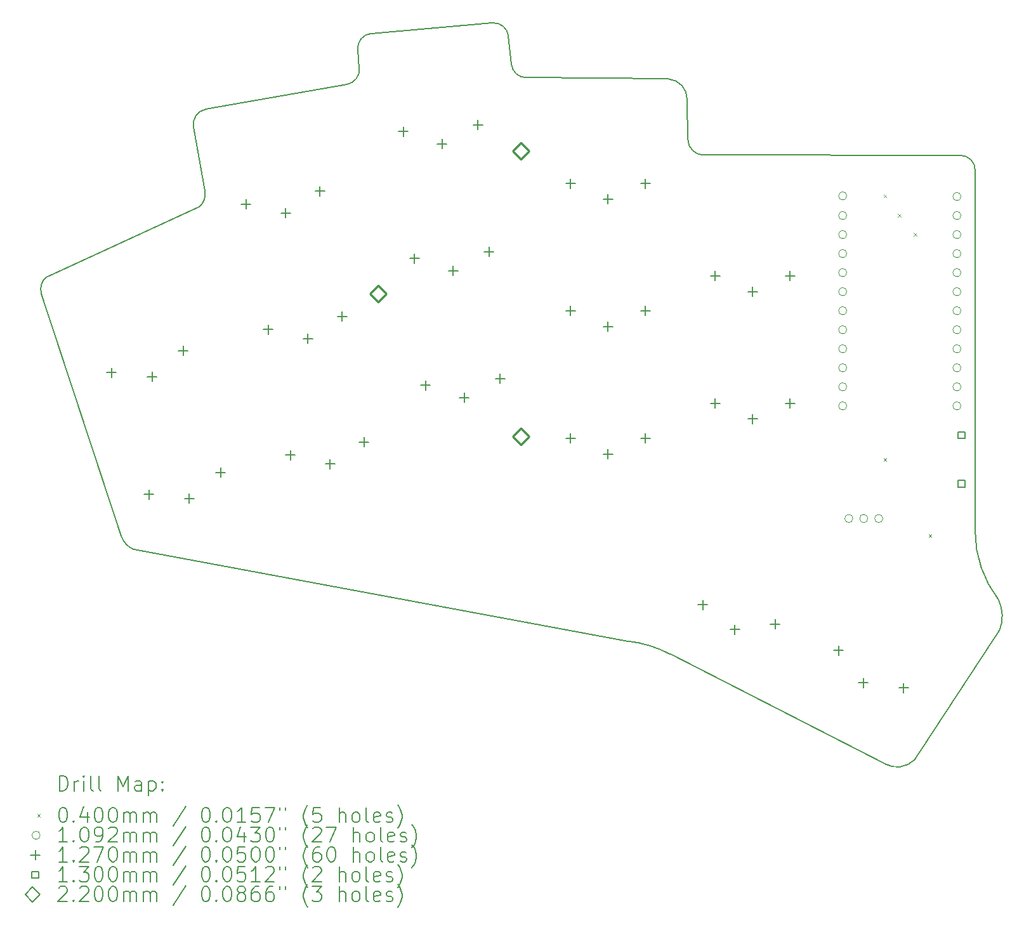
<source format=gbr>
%FSLAX45Y45*%
G04 Gerber Fmt 4.5, Leading zero omitted, Abs format (unit mm)*
G04 Created by KiCad (PCBNEW (6.0.4)) date 2022-05-12 20:10:26*
%MOMM*%
%LPD*%
G01*
G04 APERTURE LIST*
%TA.AperFunction,Profile*%
%ADD10C,0.150000*%
%TD*%
%ADD11C,0.200000*%
%ADD12C,0.040000*%
%ADD13C,0.109220*%
%ADD14C,0.127000*%
%ADD15C,0.130000*%
%ADD16C,0.220000*%
G04 APERTURE END LIST*
D10*
X10251727Y11883106D02*
G75*
G03*
X10450959Y11700537I199233J17424D01*
G01*
X12608825Y10870340D02*
X12598400Y11404600D01*
X8058800Y11611548D02*
G75*
G03*
X8223309Y11825945I-34731J196962D01*
G01*
X16763999Y4318001D02*
G75*
G03*
X16752859Y4733046I-472509J194990D01*
G01*
X16441111Y5648503D02*
G75*
G03*
X16752859Y4733046I1499999J-3D01*
G01*
X6012082Y11047576D02*
X6163049Y10187462D01*
X11806780Y4180264D02*
X5213573Y5402893D01*
X8383412Y12290698D02*
X9997248Y12431891D01*
X5045087Y5585913D02*
G75*
G03*
X5213573Y5402893I284373J92727D01*
G01*
X16241109Y10662943D02*
X12811720Y10667647D01*
X10450959Y11700537D02*
X12344400Y11684000D01*
X3981545Y8816164D02*
X5045086Y5585913D01*
X10213921Y12250083D02*
G75*
G03*
X9997248Y12431891I-199241J-17433D01*
G01*
X12608823Y10870340D02*
G75*
G03*
X12811720Y10667647I208337J5651D01*
G01*
X6174314Y11279267D02*
G75*
G03*
X6012083Y11047576I34730J-196961D01*
G01*
X15635421Y2598579D02*
X16764000Y4318000D01*
X12374669Y4003459D02*
G75*
G03*
X11806780Y4180264I-740959J-1379509D01*
G01*
X15240000Y2540000D02*
X12374669Y4003459D01*
X12598400Y11404600D02*
G75*
G03*
X12344400Y11684000I-271540J8300D01*
G01*
X15239997Y2539995D02*
G75*
G03*
X15635421Y2598579I158233J295765D01*
G01*
X4045827Y9037960D02*
G75*
G03*
X3981545Y8816164I127373J-157130D01*
G01*
X10213918Y12250083D02*
X10251720Y11883106D01*
X6174314Y11279267D02*
X8058800Y11611553D01*
X6089110Y9978178D02*
G75*
G03*
X6163049Y10187462I-151740J171312D01*
G01*
X8383413Y12290696D02*
G75*
G03*
X8201605Y12074028I17427J-199236D01*
G01*
X4045827Y9037960D02*
X6089109Y9978180D01*
X8223309Y11825945D02*
X8201605Y12074028D01*
X16441105Y10464800D02*
G75*
G03*
X16241109Y10662943I-193446J4750D01*
G01*
X16441109Y5648503D02*
X16441109Y10464800D01*
D11*
D12*
X15220000Y10141314D02*
X15260000Y10101314D01*
X15260000Y10141314D02*
X15220000Y10101314D01*
X15220000Y6624000D02*
X15260000Y6584000D01*
X15260000Y6624000D02*
X15220000Y6584000D01*
X15410459Y9885043D02*
X15450459Y9845043D01*
X15450459Y9885043D02*
X15410459Y9845043D01*
X15618978Y9630635D02*
X15658978Y9590635D01*
X15658978Y9630635D02*
X15618978Y9590635D01*
X15820326Y5604949D02*
X15860326Y5564950D01*
X15860326Y5604949D02*
X15820326Y5564950D01*
D13*
X14728331Y10122629D02*
G75*
G03*
X14728331Y10122629I-54610J0D01*
G01*
X14728331Y9860254D02*
G75*
G03*
X14728331Y9860254I-54610J0D01*
G01*
X14728331Y9606254D02*
G75*
G03*
X14728331Y9606254I-54610J0D01*
G01*
X14728331Y9352254D02*
G75*
G03*
X14728331Y9352254I-54610J0D01*
G01*
X14728331Y9098254D02*
G75*
G03*
X14728331Y9098254I-54610J0D01*
G01*
X14728331Y8844254D02*
G75*
G03*
X14728331Y8844254I-54610J0D01*
G01*
X14728331Y8590254D02*
G75*
G03*
X14728331Y8590254I-54610J0D01*
G01*
X14728331Y8336254D02*
G75*
G03*
X14728331Y8336254I-54610J0D01*
G01*
X14728331Y8082254D02*
G75*
G03*
X14728331Y8082254I-54610J0D01*
G01*
X14728331Y7828254D02*
G75*
G03*
X14728331Y7828254I-54610J0D01*
G01*
X14728331Y7574254D02*
G75*
G03*
X14728331Y7574254I-54610J0D01*
G01*
X14728331Y7320254D02*
G75*
G03*
X14728331Y7320254I-54610J0D01*
G01*
X14809150Y5816368D02*
G75*
G03*
X14809150Y5816368I-54610J0D01*
G01*
X15009150Y5816368D02*
G75*
G03*
X15009150Y5816368I-54610J0D01*
G01*
X15209150Y5816368D02*
G75*
G03*
X15209150Y5816368I-54610J0D01*
G01*
X16252331Y10114254D02*
G75*
G03*
X16252331Y10114254I-54610J0D01*
G01*
X16252331Y9860254D02*
G75*
G03*
X16252331Y9860254I-54610J0D01*
G01*
X16252331Y9606254D02*
G75*
G03*
X16252331Y9606254I-54610J0D01*
G01*
X16252331Y9352254D02*
G75*
G03*
X16252331Y9352254I-54610J0D01*
G01*
X16252331Y9098254D02*
G75*
G03*
X16252331Y9098254I-54610J0D01*
G01*
X16252331Y8844254D02*
G75*
G03*
X16252331Y8844254I-54610J0D01*
G01*
X16252331Y8590254D02*
G75*
G03*
X16252331Y8590254I-54610J0D01*
G01*
X16252331Y8336254D02*
G75*
G03*
X16252331Y8336254I-54610J0D01*
G01*
X16252331Y8082254D02*
G75*
G03*
X16252331Y8082254I-54610J0D01*
G01*
X16252331Y7828254D02*
G75*
G03*
X16252331Y7828254I-54610J0D01*
G01*
X16252331Y7574254D02*
G75*
G03*
X16252331Y7574254I-54610J0D01*
G01*
X16252331Y7320254D02*
G75*
G03*
X16252331Y7320254I-54610J0D01*
G01*
D14*
X4917175Y7826915D02*
X4917175Y7699915D01*
X4853675Y7763415D02*
X4980675Y7763415D01*
X5414207Y6201196D02*
X5414207Y6074196D01*
X5350707Y6137696D02*
X5477707Y6137696D01*
X5456725Y7772276D02*
X5456725Y7645276D01*
X5393225Y7708776D02*
X5520225Y7708776D01*
X5456725Y7772276D02*
X5456725Y7645276D01*
X5393225Y7708776D02*
X5520225Y7708776D01*
X5873479Y8119286D02*
X5873479Y7992286D01*
X5809979Y8055786D02*
X5936979Y8055786D01*
X5953757Y6146558D02*
X5953757Y6019558D01*
X5890257Y6083058D02*
X6017257Y6083058D01*
X5953757Y6146558D02*
X5953757Y6019558D01*
X5890257Y6083058D02*
X6017257Y6083058D01*
X6370511Y6493568D02*
X6370511Y6366568D01*
X6307011Y6430068D02*
X6434011Y6430068D01*
X6712293Y10076956D02*
X6712293Y9949956D01*
X6648793Y10013456D02*
X6775793Y10013456D01*
X7007495Y8402783D02*
X7007495Y8275782D01*
X6943995Y8339282D02*
X7070995Y8339282D01*
X7241163Y9956970D02*
X7241163Y9829970D01*
X7177663Y9893470D02*
X7304663Y9893470D01*
X7241163Y9956970D02*
X7241163Y9829970D01*
X7177663Y9893470D02*
X7304663Y9893470D01*
X7302697Y6728609D02*
X7302697Y6601609D01*
X7239197Y6665109D02*
X7366197Y6665109D01*
X7536365Y8282797D02*
X7536365Y8155797D01*
X7472865Y8219297D02*
X7599865Y8219297D01*
X7536365Y8282797D02*
X7536365Y8155797D01*
X7472865Y8219297D02*
X7599865Y8219297D01*
X7697101Y10250604D02*
X7697101Y10123604D01*
X7633601Y10187104D02*
X7760601Y10187104D01*
X7831567Y6608624D02*
X7831567Y6481624D01*
X7768067Y6545124D02*
X7895067Y6545124D01*
X7831567Y6608624D02*
X7831567Y6481624D01*
X7768067Y6545124D02*
X7895067Y6545124D01*
X7992303Y8576431D02*
X7992303Y8449431D01*
X7928803Y8512931D02*
X8055803Y8512931D01*
X8287505Y6902257D02*
X8287505Y6775257D01*
X8224005Y6838757D02*
X8351005Y6838757D01*
X8809021Y11046316D02*
X8809021Y10919316D01*
X8745521Y10982816D02*
X8872521Y10982816D01*
X8957186Y9352785D02*
X8957186Y9225785D01*
X8893686Y9289285D02*
X9020686Y9289285D01*
X9105351Y7659254D02*
X9105351Y7532254D01*
X9041851Y7595754D02*
X9168851Y7595754D01*
X9325422Y10880693D02*
X9325422Y10753693D01*
X9261922Y10817193D02*
X9388922Y10817193D01*
X9325422Y10880693D02*
X9325422Y10753693D01*
X9261922Y10817193D02*
X9388922Y10817193D01*
X9473586Y9187162D02*
X9473586Y9060162D01*
X9410086Y9123662D02*
X9537086Y9123662D01*
X9473586Y9187162D02*
X9473586Y9060162D01*
X9410086Y9123662D02*
X9537086Y9123662D01*
X9621751Y7493631D02*
X9621751Y7366631D01*
X9558251Y7430131D02*
X9685251Y7430131D01*
X9621751Y7493631D02*
X9621751Y7366631D01*
X9558251Y7430131D02*
X9685251Y7430131D01*
X9805216Y11133472D02*
X9805216Y11006472D01*
X9741716Y11069972D02*
X9868716Y11069972D01*
X9953381Y9439941D02*
X9953381Y9312941D01*
X9889881Y9376441D02*
X10016881Y9376441D01*
X10101546Y7746410D02*
X10101546Y7619410D01*
X10038046Y7682910D02*
X10165046Y7682910D01*
X11041109Y10352102D02*
X11041109Y10225102D01*
X10977609Y10288602D02*
X11104609Y10288602D01*
X11041109Y8652102D02*
X11041109Y8525102D01*
X10977609Y8588602D02*
X11104609Y8588602D01*
X11041109Y6952102D02*
X11041109Y6825102D01*
X10977609Y6888602D02*
X11104609Y6888602D01*
X11541109Y10142102D02*
X11541109Y10015102D01*
X11477609Y10078602D02*
X11604609Y10078602D01*
X11541109Y10142102D02*
X11541109Y10015102D01*
X11477609Y10078602D02*
X11604609Y10078602D01*
X11541109Y8442102D02*
X11541109Y8315102D01*
X11477609Y8378602D02*
X11604609Y8378602D01*
X11541109Y8442102D02*
X11541109Y8315102D01*
X11477609Y8378602D02*
X11604609Y8378602D01*
X11541109Y6742102D02*
X11541109Y6615102D01*
X11477609Y6678602D02*
X11604609Y6678602D01*
X11541109Y6742102D02*
X11541109Y6615102D01*
X11477609Y6678602D02*
X11604609Y6678602D01*
X12041109Y10352102D02*
X12041109Y10225102D01*
X11977609Y10288602D02*
X12104609Y10288602D01*
X12041109Y8652102D02*
X12041109Y8525102D01*
X11977609Y8588602D02*
X12104609Y8588602D01*
X12041109Y6952102D02*
X12041109Y6825102D01*
X11977609Y6888602D02*
X12104609Y6888602D01*
X12807790Y4729732D02*
X12807790Y4602732D01*
X12744290Y4666232D02*
X12871290Y4666232D01*
X12972808Y9118914D02*
X12972808Y8991914D01*
X12909308Y9055414D02*
X13036308Y9055414D01*
X12972808Y7418914D02*
X12972808Y7291914D01*
X12909308Y7355414D02*
X13036308Y7355414D01*
X13236401Y4397478D02*
X13236401Y4270478D01*
X13172901Y4333978D02*
X13299901Y4333978D01*
X13236401Y4397478D02*
X13236401Y4270478D01*
X13172901Y4333978D02*
X13299901Y4333978D01*
X13472808Y8908914D02*
X13472808Y8781914D01*
X13409308Y8845414D02*
X13536308Y8845414D01*
X13472808Y8908914D02*
X13472808Y8781914D01*
X13409308Y8845414D02*
X13536308Y8845414D01*
X13472808Y7208914D02*
X13472808Y7081914D01*
X13409308Y7145414D02*
X13536308Y7145414D01*
X13472808Y7208914D02*
X13472808Y7081914D01*
X13409308Y7145414D02*
X13536308Y7145414D01*
X13773716Y4470913D02*
X13773716Y4343913D01*
X13710216Y4407413D02*
X13837216Y4407413D01*
X13972808Y9118914D02*
X13972808Y8991914D01*
X13909308Y9055414D02*
X14036308Y9055414D01*
X13972808Y7418914D02*
X13972808Y7291914D01*
X13909308Y7355414D02*
X14036308Y7355414D01*
X14619852Y4120432D02*
X14619852Y3993432D01*
X14556352Y4056932D02*
X14683352Y4056932D01*
X14947864Y3688566D02*
X14947864Y3561566D01*
X14884364Y3625066D02*
X15011364Y3625066D01*
X14947864Y3688566D02*
X14947864Y3561566D01*
X14884364Y3625066D02*
X15011364Y3625066D01*
X15485877Y3620432D02*
X15485877Y3493432D01*
X15422377Y3556932D02*
X15549377Y3556932D01*
D15*
X16301962Y6883038D02*
X16301962Y6974962D01*
X16210038Y6974962D01*
X16210038Y6883038D01*
X16301962Y6883038D01*
X16301962Y6233038D02*
X16301962Y6324962D01*
X16210038Y6324962D01*
X16210038Y6233038D01*
X16301962Y6233038D01*
D16*
X8474722Y8704143D02*
X8584722Y8814143D01*
X8474722Y8924143D01*
X8364722Y8814143D01*
X8474722Y8704143D01*
X10379722Y10609143D02*
X10489722Y10719143D01*
X10379722Y10829143D01*
X10269722Y10719143D01*
X10379722Y10609143D01*
X10379722Y6799143D02*
X10489722Y6909143D01*
X10379722Y7019143D01*
X10269722Y6909143D01*
X10379722Y6799143D01*
D11*
X4221048Y2182352D02*
X4221048Y2382352D01*
X4268667Y2382352D01*
X4297239Y2372828D01*
X4316286Y2353780D01*
X4325810Y2334733D01*
X4335334Y2296637D01*
X4335334Y2268066D01*
X4325810Y2229971D01*
X4316286Y2210923D01*
X4297239Y2191875D01*
X4268667Y2182352D01*
X4221048Y2182352D01*
X4421048Y2182352D02*
X4421048Y2315685D01*
X4421048Y2277590D02*
X4430572Y2296637D01*
X4440096Y2306161D01*
X4459144Y2315685D01*
X4478191Y2315685D01*
X4544858Y2182352D02*
X4544858Y2315685D01*
X4544858Y2382352D02*
X4535334Y2372828D01*
X4544858Y2363304D01*
X4554382Y2372828D01*
X4544858Y2382352D01*
X4544858Y2363304D01*
X4668667Y2182352D02*
X4649620Y2191875D01*
X4640096Y2210923D01*
X4640096Y2382352D01*
X4773429Y2182352D02*
X4754382Y2191875D01*
X4744858Y2210923D01*
X4744858Y2382352D01*
X5002001Y2182352D02*
X5002001Y2382352D01*
X5068667Y2239494D01*
X5135334Y2382352D01*
X5135334Y2182352D01*
X5316286Y2182352D02*
X5316286Y2287114D01*
X5306763Y2306161D01*
X5287715Y2315685D01*
X5249620Y2315685D01*
X5230572Y2306161D01*
X5316286Y2191875D02*
X5297239Y2182352D01*
X5249620Y2182352D01*
X5230572Y2191875D01*
X5221048Y2210923D01*
X5221048Y2229971D01*
X5230572Y2249018D01*
X5249620Y2258542D01*
X5297239Y2258542D01*
X5316286Y2268066D01*
X5411525Y2315685D02*
X5411525Y2115685D01*
X5411525Y2306161D02*
X5430572Y2315685D01*
X5468667Y2315685D01*
X5487715Y2306161D01*
X5497239Y2296637D01*
X5506763Y2277590D01*
X5506763Y2220447D01*
X5497239Y2201399D01*
X5487715Y2191875D01*
X5468667Y2182352D01*
X5430572Y2182352D01*
X5411525Y2191875D01*
X5592477Y2201399D02*
X5602001Y2191875D01*
X5592477Y2182352D01*
X5582953Y2191875D01*
X5592477Y2201399D01*
X5592477Y2182352D01*
X5592477Y2306161D02*
X5602001Y2296637D01*
X5592477Y2287114D01*
X5582953Y2296637D01*
X5592477Y2306161D01*
X5592477Y2287114D01*
D12*
X3923429Y1872828D02*
X3963429Y1832828D01*
X3963429Y1872828D02*
X3923429Y1832828D01*
D11*
X4259144Y1962352D02*
X4278191Y1962352D01*
X4297239Y1952828D01*
X4306763Y1943304D01*
X4316286Y1924256D01*
X4325810Y1886161D01*
X4325810Y1838542D01*
X4316286Y1800447D01*
X4306763Y1781399D01*
X4297239Y1771875D01*
X4278191Y1762352D01*
X4259144Y1762352D01*
X4240096Y1771875D01*
X4230572Y1781399D01*
X4221048Y1800447D01*
X4211525Y1838542D01*
X4211525Y1886161D01*
X4221048Y1924256D01*
X4230572Y1943304D01*
X4240096Y1952828D01*
X4259144Y1962352D01*
X4411525Y1781399D02*
X4421048Y1771875D01*
X4411525Y1762352D01*
X4402001Y1771875D01*
X4411525Y1781399D01*
X4411525Y1762352D01*
X4592477Y1895685D02*
X4592477Y1762352D01*
X4544858Y1971875D02*
X4497239Y1829018D01*
X4621048Y1829018D01*
X4735334Y1962352D02*
X4754382Y1962352D01*
X4773429Y1952828D01*
X4782953Y1943304D01*
X4792477Y1924256D01*
X4802001Y1886161D01*
X4802001Y1838542D01*
X4792477Y1800447D01*
X4782953Y1781399D01*
X4773429Y1771875D01*
X4754382Y1762352D01*
X4735334Y1762352D01*
X4716286Y1771875D01*
X4706763Y1781399D01*
X4697239Y1800447D01*
X4687715Y1838542D01*
X4687715Y1886161D01*
X4697239Y1924256D01*
X4706763Y1943304D01*
X4716286Y1952828D01*
X4735334Y1962352D01*
X4925810Y1962352D02*
X4944858Y1962352D01*
X4963905Y1952828D01*
X4973429Y1943304D01*
X4982953Y1924256D01*
X4992477Y1886161D01*
X4992477Y1838542D01*
X4982953Y1800447D01*
X4973429Y1781399D01*
X4963905Y1771875D01*
X4944858Y1762352D01*
X4925810Y1762352D01*
X4906763Y1771875D01*
X4897239Y1781399D01*
X4887715Y1800447D01*
X4878191Y1838542D01*
X4878191Y1886161D01*
X4887715Y1924256D01*
X4897239Y1943304D01*
X4906763Y1952828D01*
X4925810Y1962352D01*
X5078191Y1762352D02*
X5078191Y1895685D01*
X5078191Y1876637D02*
X5087715Y1886161D01*
X5106763Y1895685D01*
X5135334Y1895685D01*
X5154382Y1886161D01*
X5163905Y1867113D01*
X5163905Y1762352D01*
X5163905Y1867113D02*
X5173429Y1886161D01*
X5192477Y1895685D01*
X5221048Y1895685D01*
X5240096Y1886161D01*
X5249620Y1867113D01*
X5249620Y1762352D01*
X5344858Y1762352D02*
X5344858Y1895685D01*
X5344858Y1876637D02*
X5354382Y1886161D01*
X5373429Y1895685D01*
X5402001Y1895685D01*
X5421048Y1886161D01*
X5430572Y1867113D01*
X5430572Y1762352D01*
X5430572Y1867113D02*
X5440096Y1886161D01*
X5459144Y1895685D01*
X5487715Y1895685D01*
X5506763Y1886161D01*
X5516286Y1867113D01*
X5516286Y1762352D01*
X5906763Y1971875D02*
X5735334Y1714732D01*
X6163905Y1962352D02*
X6182953Y1962352D01*
X6202001Y1952828D01*
X6211524Y1943304D01*
X6221048Y1924256D01*
X6230572Y1886161D01*
X6230572Y1838542D01*
X6221048Y1800447D01*
X6211524Y1781399D01*
X6202001Y1771875D01*
X6182953Y1762352D01*
X6163905Y1762352D01*
X6144858Y1771875D01*
X6135334Y1781399D01*
X6125810Y1800447D01*
X6116286Y1838542D01*
X6116286Y1886161D01*
X6125810Y1924256D01*
X6135334Y1943304D01*
X6144858Y1952828D01*
X6163905Y1962352D01*
X6316286Y1781399D02*
X6325810Y1771875D01*
X6316286Y1762352D01*
X6306763Y1771875D01*
X6316286Y1781399D01*
X6316286Y1762352D01*
X6449620Y1962352D02*
X6468667Y1962352D01*
X6487715Y1952828D01*
X6497239Y1943304D01*
X6506763Y1924256D01*
X6516286Y1886161D01*
X6516286Y1838542D01*
X6506763Y1800447D01*
X6497239Y1781399D01*
X6487715Y1771875D01*
X6468667Y1762352D01*
X6449620Y1762352D01*
X6430572Y1771875D01*
X6421048Y1781399D01*
X6411524Y1800447D01*
X6402001Y1838542D01*
X6402001Y1886161D01*
X6411524Y1924256D01*
X6421048Y1943304D01*
X6430572Y1952828D01*
X6449620Y1962352D01*
X6706763Y1762352D02*
X6592477Y1762352D01*
X6649620Y1762352D02*
X6649620Y1962352D01*
X6630572Y1933780D01*
X6611524Y1914732D01*
X6592477Y1905209D01*
X6887715Y1962352D02*
X6792477Y1962352D01*
X6782953Y1867113D01*
X6792477Y1876637D01*
X6811524Y1886161D01*
X6859143Y1886161D01*
X6878191Y1876637D01*
X6887715Y1867113D01*
X6897239Y1848066D01*
X6897239Y1800447D01*
X6887715Y1781399D01*
X6878191Y1771875D01*
X6859143Y1762352D01*
X6811524Y1762352D01*
X6792477Y1771875D01*
X6782953Y1781399D01*
X6963905Y1962352D02*
X7097239Y1962352D01*
X7011524Y1762352D01*
X7163905Y1962352D02*
X7163905Y1924256D01*
X7240096Y1962352D02*
X7240096Y1924256D01*
X7535334Y1686161D02*
X7525810Y1695685D01*
X7506763Y1724256D01*
X7497239Y1743304D01*
X7487715Y1771875D01*
X7478191Y1819494D01*
X7478191Y1857590D01*
X7487715Y1905209D01*
X7497239Y1933780D01*
X7506763Y1952828D01*
X7525810Y1981399D01*
X7535334Y1990923D01*
X7706763Y1962352D02*
X7611524Y1962352D01*
X7602001Y1867113D01*
X7611524Y1876637D01*
X7630572Y1886161D01*
X7678191Y1886161D01*
X7697239Y1876637D01*
X7706763Y1867113D01*
X7716286Y1848066D01*
X7716286Y1800447D01*
X7706763Y1781399D01*
X7697239Y1771875D01*
X7678191Y1762352D01*
X7630572Y1762352D01*
X7611524Y1771875D01*
X7602001Y1781399D01*
X7954382Y1762352D02*
X7954382Y1962352D01*
X8040096Y1762352D02*
X8040096Y1867113D01*
X8030572Y1886161D01*
X8011524Y1895685D01*
X7982953Y1895685D01*
X7963905Y1886161D01*
X7954382Y1876637D01*
X8163905Y1762352D02*
X8144858Y1771875D01*
X8135334Y1781399D01*
X8125810Y1800447D01*
X8125810Y1857590D01*
X8135334Y1876637D01*
X8144858Y1886161D01*
X8163905Y1895685D01*
X8192477Y1895685D01*
X8211524Y1886161D01*
X8221048Y1876637D01*
X8230572Y1857590D01*
X8230572Y1800447D01*
X8221048Y1781399D01*
X8211524Y1771875D01*
X8192477Y1762352D01*
X8163905Y1762352D01*
X8344858Y1762352D02*
X8325810Y1771875D01*
X8316286Y1790923D01*
X8316286Y1962352D01*
X8497239Y1771875D02*
X8478191Y1762352D01*
X8440096Y1762352D01*
X8421048Y1771875D01*
X8411525Y1790923D01*
X8411525Y1867113D01*
X8421048Y1886161D01*
X8440096Y1895685D01*
X8478191Y1895685D01*
X8497239Y1886161D01*
X8506763Y1867113D01*
X8506763Y1848066D01*
X8411525Y1829018D01*
X8582953Y1771875D02*
X8602001Y1762352D01*
X8640096Y1762352D01*
X8659144Y1771875D01*
X8668667Y1790923D01*
X8668667Y1800447D01*
X8659144Y1819494D01*
X8640096Y1829018D01*
X8611525Y1829018D01*
X8592477Y1838542D01*
X8582953Y1857590D01*
X8582953Y1867113D01*
X8592477Y1886161D01*
X8611525Y1895685D01*
X8640096Y1895685D01*
X8659144Y1886161D01*
X8735334Y1686161D02*
X8744858Y1695685D01*
X8763905Y1724256D01*
X8773429Y1743304D01*
X8782953Y1771875D01*
X8792477Y1819494D01*
X8792477Y1857590D01*
X8782953Y1905209D01*
X8773429Y1933780D01*
X8763905Y1952828D01*
X8744858Y1981399D01*
X8735334Y1990923D01*
D13*
X3963429Y1588828D02*
G75*
G03*
X3963429Y1588828I-54610J0D01*
G01*
D11*
X4325810Y1498352D02*
X4211525Y1498352D01*
X4268667Y1498352D02*
X4268667Y1698352D01*
X4249620Y1669780D01*
X4230572Y1650732D01*
X4211525Y1641209D01*
X4411525Y1517399D02*
X4421048Y1507875D01*
X4411525Y1498352D01*
X4402001Y1507875D01*
X4411525Y1517399D01*
X4411525Y1498352D01*
X4544858Y1698352D02*
X4563905Y1698352D01*
X4582953Y1688828D01*
X4592477Y1679304D01*
X4602001Y1660256D01*
X4611525Y1622161D01*
X4611525Y1574542D01*
X4602001Y1536447D01*
X4592477Y1517399D01*
X4582953Y1507875D01*
X4563905Y1498352D01*
X4544858Y1498352D01*
X4525810Y1507875D01*
X4516286Y1517399D01*
X4506763Y1536447D01*
X4497239Y1574542D01*
X4497239Y1622161D01*
X4506763Y1660256D01*
X4516286Y1679304D01*
X4525810Y1688828D01*
X4544858Y1698352D01*
X4706763Y1498352D02*
X4744858Y1498352D01*
X4763905Y1507875D01*
X4773429Y1517399D01*
X4792477Y1545971D01*
X4802001Y1584066D01*
X4802001Y1660256D01*
X4792477Y1679304D01*
X4782953Y1688828D01*
X4763905Y1698352D01*
X4725810Y1698352D01*
X4706763Y1688828D01*
X4697239Y1679304D01*
X4687715Y1660256D01*
X4687715Y1612637D01*
X4697239Y1593590D01*
X4706763Y1584066D01*
X4725810Y1574542D01*
X4763905Y1574542D01*
X4782953Y1584066D01*
X4792477Y1593590D01*
X4802001Y1612637D01*
X4878191Y1679304D02*
X4887715Y1688828D01*
X4906763Y1698352D01*
X4954382Y1698352D01*
X4973429Y1688828D01*
X4982953Y1679304D01*
X4992477Y1660256D01*
X4992477Y1641209D01*
X4982953Y1612637D01*
X4868667Y1498352D01*
X4992477Y1498352D01*
X5078191Y1498352D02*
X5078191Y1631685D01*
X5078191Y1612637D02*
X5087715Y1622161D01*
X5106763Y1631685D01*
X5135334Y1631685D01*
X5154382Y1622161D01*
X5163905Y1603113D01*
X5163905Y1498352D01*
X5163905Y1603113D02*
X5173429Y1622161D01*
X5192477Y1631685D01*
X5221048Y1631685D01*
X5240096Y1622161D01*
X5249620Y1603113D01*
X5249620Y1498352D01*
X5344858Y1498352D02*
X5344858Y1631685D01*
X5344858Y1612637D02*
X5354382Y1622161D01*
X5373429Y1631685D01*
X5402001Y1631685D01*
X5421048Y1622161D01*
X5430572Y1603113D01*
X5430572Y1498352D01*
X5430572Y1603113D02*
X5440096Y1622161D01*
X5459144Y1631685D01*
X5487715Y1631685D01*
X5506763Y1622161D01*
X5516286Y1603113D01*
X5516286Y1498352D01*
X5906763Y1707875D02*
X5735334Y1450732D01*
X6163905Y1698352D02*
X6182953Y1698352D01*
X6202001Y1688828D01*
X6211524Y1679304D01*
X6221048Y1660256D01*
X6230572Y1622161D01*
X6230572Y1574542D01*
X6221048Y1536447D01*
X6211524Y1517399D01*
X6202001Y1507875D01*
X6182953Y1498352D01*
X6163905Y1498352D01*
X6144858Y1507875D01*
X6135334Y1517399D01*
X6125810Y1536447D01*
X6116286Y1574542D01*
X6116286Y1622161D01*
X6125810Y1660256D01*
X6135334Y1679304D01*
X6144858Y1688828D01*
X6163905Y1698352D01*
X6316286Y1517399D02*
X6325810Y1507875D01*
X6316286Y1498352D01*
X6306763Y1507875D01*
X6316286Y1517399D01*
X6316286Y1498352D01*
X6449620Y1698352D02*
X6468667Y1698352D01*
X6487715Y1688828D01*
X6497239Y1679304D01*
X6506763Y1660256D01*
X6516286Y1622161D01*
X6516286Y1574542D01*
X6506763Y1536447D01*
X6497239Y1517399D01*
X6487715Y1507875D01*
X6468667Y1498352D01*
X6449620Y1498352D01*
X6430572Y1507875D01*
X6421048Y1517399D01*
X6411524Y1536447D01*
X6402001Y1574542D01*
X6402001Y1622161D01*
X6411524Y1660256D01*
X6421048Y1679304D01*
X6430572Y1688828D01*
X6449620Y1698352D01*
X6687715Y1631685D02*
X6687715Y1498352D01*
X6640096Y1707875D02*
X6592477Y1565018D01*
X6716286Y1565018D01*
X6773429Y1698352D02*
X6897239Y1698352D01*
X6830572Y1622161D01*
X6859143Y1622161D01*
X6878191Y1612637D01*
X6887715Y1603113D01*
X6897239Y1584066D01*
X6897239Y1536447D01*
X6887715Y1517399D01*
X6878191Y1507875D01*
X6859143Y1498352D01*
X6802001Y1498352D01*
X6782953Y1507875D01*
X6773429Y1517399D01*
X7021048Y1698352D02*
X7040096Y1698352D01*
X7059143Y1688828D01*
X7068667Y1679304D01*
X7078191Y1660256D01*
X7087715Y1622161D01*
X7087715Y1574542D01*
X7078191Y1536447D01*
X7068667Y1517399D01*
X7059143Y1507875D01*
X7040096Y1498352D01*
X7021048Y1498352D01*
X7002001Y1507875D01*
X6992477Y1517399D01*
X6982953Y1536447D01*
X6973429Y1574542D01*
X6973429Y1622161D01*
X6982953Y1660256D01*
X6992477Y1679304D01*
X7002001Y1688828D01*
X7021048Y1698352D01*
X7163905Y1698352D02*
X7163905Y1660256D01*
X7240096Y1698352D02*
X7240096Y1660256D01*
X7535334Y1422161D02*
X7525810Y1431685D01*
X7506763Y1460256D01*
X7497239Y1479304D01*
X7487715Y1507875D01*
X7478191Y1555494D01*
X7478191Y1593590D01*
X7487715Y1641209D01*
X7497239Y1669780D01*
X7506763Y1688828D01*
X7525810Y1717399D01*
X7535334Y1726923D01*
X7602001Y1679304D02*
X7611524Y1688828D01*
X7630572Y1698352D01*
X7678191Y1698352D01*
X7697239Y1688828D01*
X7706763Y1679304D01*
X7716286Y1660256D01*
X7716286Y1641209D01*
X7706763Y1612637D01*
X7592477Y1498352D01*
X7716286Y1498352D01*
X7782953Y1698352D02*
X7916286Y1698352D01*
X7830572Y1498352D01*
X8144858Y1498352D02*
X8144858Y1698352D01*
X8230572Y1498352D02*
X8230572Y1603113D01*
X8221048Y1622161D01*
X8202001Y1631685D01*
X8173429Y1631685D01*
X8154382Y1622161D01*
X8144858Y1612637D01*
X8354382Y1498352D02*
X8335334Y1507875D01*
X8325810Y1517399D01*
X8316286Y1536447D01*
X8316286Y1593590D01*
X8325810Y1612637D01*
X8335334Y1622161D01*
X8354382Y1631685D01*
X8382953Y1631685D01*
X8402001Y1622161D01*
X8411525Y1612637D01*
X8421048Y1593590D01*
X8421048Y1536447D01*
X8411525Y1517399D01*
X8402001Y1507875D01*
X8382953Y1498352D01*
X8354382Y1498352D01*
X8535334Y1498352D02*
X8516286Y1507875D01*
X8506763Y1526923D01*
X8506763Y1698352D01*
X8687715Y1507875D02*
X8668667Y1498352D01*
X8630572Y1498352D01*
X8611525Y1507875D01*
X8602001Y1526923D01*
X8602001Y1603113D01*
X8611525Y1622161D01*
X8630572Y1631685D01*
X8668667Y1631685D01*
X8687715Y1622161D01*
X8697239Y1603113D01*
X8697239Y1584066D01*
X8602001Y1565018D01*
X8773429Y1507875D02*
X8792477Y1498352D01*
X8830572Y1498352D01*
X8849620Y1507875D01*
X8859144Y1526923D01*
X8859144Y1536447D01*
X8849620Y1555494D01*
X8830572Y1565018D01*
X8802001Y1565018D01*
X8782953Y1574542D01*
X8773429Y1593590D01*
X8773429Y1603113D01*
X8782953Y1622161D01*
X8802001Y1631685D01*
X8830572Y1631685D01*
X8849620Y1622161D01*
X8925810Y1422161D02*
X8935334Y1431685D01*
X8954382Y1460256D01*
X8963905Y1479304D01*
X8973429Y1507875D01*
X8982953Y1555494D01*
X8982953Y1593590D01*
X8973429Y1641209D01*
X8963905Y1669780D01*
X8954382Y1688828D01*
X8935334Y1717399D01*
X8925810Y1726923D01*
D14*
X3899929Y1388328D02*
X3899929Y1261328D01*
X3836429Y1324828D02*
X3963429Y1324828D01*
D11*
X4325810Y1234352D02*
X4211525Y1234352D01*
X4268667Y1234352D02*
X4268667Y1434352D01*
X4249620Y1405780D01*
X4230572Y1386733D01*
X4211525Y1377209D01*
X4411525Y1253399D02*
X4421048Y1243875D01*
X4411525Y1234352D01*
X4402001Y1243875D01*
X4411525Y1253399D01*
X4411525Y1234352D01*
X4497239Y1415304D02*
X4506763Y1424828D01*
X4525810Y1434352D01*
X4573429Y1434352D01*
X4592477Y1424828D01*
X4602001Y1415304D01*
X4611525Y1396256D01*
X4611525Y1377209D01*
X4602001Y1348637D01*
X4487715Y1234352D01*
X4611525Y1234352D01*
X4678191Y1434352D02*
X4811525Y1434352D01*
X4725810Y1234352D01*
X4925810Y1434352D02*
X4944858Y1434352D01*
X4963905Y1424828D01*
X4973429Y1415304D01*
X4982953Y1396256D01*
X4992477Y1358161D01*
X4992477Y1310542D01*
X4982953Y1272447D01*
X4973429Y1253399D01*
X4963905Y1243875D01*
X4944858Y1234352D01*
X4925810Y1234352D01*
X4906763Y1243875D01*
X4897239Y1253399D01*
X4887715Y1272447D01*
X4878191Y1310542D01*
X4878191Y1358161D01*
X4887715Y1396256D01*
X4897239Y1415304D01*
X4906763Y1424828D01*
X4925810Y1434352D01*
X5078191Y1234352D02*
X5078191Y1367685D01*
X5078191Y1348637D02*
X5087715Y1358161D01*
X5106763Y1367685D01*
X5135334Y1367685D01*
X5154382Y1358161D01*
X5163905Y1339114D01*
X5163905Y1234352D01*
X5163905Y1339114D02*
X5173429Y1358161D01*
X5192477Y1367685D01*
X5221048Y1367685D01*
X5240096Y1358161D01*
X5249620Y1339114D01*
X5249620Y1234352D01*
X5344858Y1234352D02*
X5344858Y1367685D01*
X5344858Y1348637D02*
X5354382Y1358161D01*
X5373429Y1367685D01*
X5402001Y1367685D01*
X5421048Y1358161D01*
X5430572Y1339114D01*
X5430572Y1234352D01*
X5430572Y1339114D02*
X5440096Y1358161D01*
X5459144Y1367685D01*
X5487715Y1367685D01*
X5506763Y1358161D01*
X5516286Y1339114D01*
X5516286Y1234352D01*
X5906763Y1443875D02*
X5735334Y1186733D01*
X6163905Y1434352D02*
X6182953Y1434352D01*
X6202001Y1424828D01*
X6211524Y1415304D01*
X6221048Y1396256D01*
X6230572Y1358161D01*
X6230572Y1310542D01*
X6221048Y1272447D01*
X6211524Y1253399D01*
X6202001Y1243875D01*
X6182953Y1234352D01*
X6163905Y1234352D01*
X6144858Y1243875D01*
X6135334Y1253399D01*
X6125810Y1272447D01*
X6116286Y1310542D01*
X6116286Y1358161D01*
X6125810Y1396256D01*
X6135334Y1415304D01*
X6144858Y1424828D01*
X6163905Y1434352D01*
X6316286Y1253399D02*
X6325810Y1243875D01*
X6316286Y1234352D01*
X6306763Y1243875D01*
X6316286Y1253399D01*
X6316286Y1234352D01*
X6449620Y1434352D02*
X6468667Y1434352D01*
X6487715Y1424828D01*
X6497239Y1415304D01*
X6506763Y1396256D01*
X6516286Y1358161D01*
X6516286Y1310542D01*
X6506763Y1272447D01*
X6497239Y1253399D01*
X6487715Y1243875D01*
X6468667Y1234352D01*
X6449620Y1234352D01*
X6430572Y1243875D01*
X6421048Y1253399D01*
X6411524Y1272447D01*
X6402001Y1310542D01*
X6402001Y1358161D01*
X6411524Y1396256D01*
X6421048Y1415304D01*
X6430572Y1424828D01*
X6449620Y1434352D01*
X6697239Y1434352D02*
X6602001Y1434352D01*
X6592477Y1339114D01*
X6602001Y1348637D01*
X6621048Y1358161D01*
X6668667Y1358161D01*
X6687715Y1348637D01*
X6697239Y1339114D01*
X6706763Y1320066D01*
X6706763Y1272447D01*
X6697239Y1253399D01*
X6687715Y1243875D01*
X6668667Y1234352D01*
X6621048Y1234352D01*
X6602001Y1243875D01*
X6592477Y1253399D01*
X6830572Y1434352D02*
X6849620Y1434352D01*
X6868667Y1424828D01*
X6878191Y1415304D01*
X6887715Y1396256D01*
X6897239Y1358161D01*
X6897239Y1310542D01*
X6887715Y1272447D01*
X6878191Y1253399D01*
X6868667Y1243875D01*
X6849620Y1234352D01*
X6830572Y1234352D01*
X6811524Y1243875D01*
X6802001Y1253399D01*
X6792477Y1272447D01*
X6782953Y1310542D01*
X6782953Y1358161D01*
X6792477Y1396256D01*
X6802001Y1415304D01*
X6811524Y1424828D01*
X6830572Y1434352D01*
X7021048Y1434352D02*
X7040096Y1434352D01*
X7059143Y1424828D01*
X7068667Y1415304D01*
X7078191Y1396256D01*
X7087715Y1358161D01*
X7087715Y1310542D01*
X7078191Y1272447D01*
X7068667Y1253399D01*
X7059143Y1243875D01*
X7040096Y1234352D01*
X7021048Y1234352D01*
X7002001Y1243875D01*
X6992477Y1253399D01*
X6982953Y1272447D01*
X6973429Y1310542D01*
X6973429Y1358161D01*
X6982953Y1396256D01*
X6992477Y1415304D01*
X7002001Y1424828D01*
X7021048Y1434352D01*
X7163905Y1434352D02*
X7163905Y1396256D01*
X7240096Y1434352D02*
X7240096Y1396256D01*
X7535334Y1158161D02*
X7525810Y1167685D01*
X7506763Y1196256D01*
X7497239Y1215304D01*
X7487715Y1243875D01*
X7478191Y1291494D01*
X7478191Y1329590D01*
X7487715Y1377209D01*
X7497239Y1405780D01*
X7506763Y1424828D01*
X7525810Y1453399D01*
X7535334Y1462923D01*
X7697239Y1434352D02*
X7659143Y1434352D01*
X7640096Y1424828D01*
X7630572Y1415304D01*
X7611524Y1386733D01*
X7602001Y1348637D01*
X7602001Y1272447D01*
X7611524Y1253399D01*
X7621048Y1243875D01*
X7640096Y1234352D01*
X7678191Y1234352D01*
X7697239Y1243875D01*
X7706763Y1253399D01*
X7716286Y1272447D01*
X7716286Y1320066D01*
X7706763Y1339114D01*
X7697239Y1348637D01*
X7678191Y1358161D01*
X7640096Y1358161D01*
X7621048Y1348637D01*
X7611524Y1339114D01*
X7602001Y1320066D01*
X7840096Y1434352D02*
X7859143Y1434352D01*
X7878191Y1424828D01*
X7887715Y1415304D01*
X7897239Y1396256D01*
X7906763Y1358161D01*
X7906763Y1310542D01*
X7897239Y1272447D01*
X7887715Y1253399D01*
X7878191Y1243875D01*
X7859143Y1234352D01*
X7840096Y1234352D01*
X7821048Y1243875D01*
X7811524Y1253399D01*
X7802001Y1272447D01*
X7792477Y1310542D01*
X7792477Y1358161D01*
X7802001Y1396256D01*
X7811524Y1415304D01*
X7821048Y1424828D01*
X7840096Y1434352D01*
X8144858Y1234352D02*
X8144858Y1434352D01*
X8230572Y1234352D02*
X8230572Y1339114D01*
X8221048Y1358161D01*
X8202001Y1367685D01*
X8173429Y1367685D01*
X8154382Y1358161D01*
X8144858Y1348637D01*
X8354382Y1234352D02*
X8335334Y1243875D01*
X8325810Y1253399D01*
X8316286Y1272447D01*
X8316286Y1329590D01*
X8325810Y1348637D01*
X8335334Y1358161D01*
X8354382Y1367685D01*
X8382953Y1367685D01*
X8402001Y1358161D01*
X8411525Y1348637D01*
X8421048Y1329590D01*
X8421048Y1272447D01*
X8411525Y1253399D01*
X8402001Y1243875D01*
X8382953Y1234352D01*
X8354382Y1234352D01*
X8535334Y1234352D02*
X8516286Y1243875D01*
X8506763Y1262923D01*
X8506763Y1434352D01*
X8687715Y1243875D02*
X8668667Y1234352D01*
X8630572Y1234352D01*
X8611525Y1243875D01*
X8602001Y1262923D01*
X8602001Y1339114D01*
X8611525Y1358161D01*
X8630572Y1367685D01*
X8668667Y1367685D01*
X8687715Y1358161D01*
X8697239Y1339114D01*
X8697239Y1320066D01*
X8602001Y1301018D01*
X8773429Y1243875D02*
X8792477Y1234352D01*
X8830572Y1234352D01*
X8849620Y1243875D01*
X8859144Y1262923D01*
X8859144Y1272447D01*
X8849620Y1291494D01*
X8830572Y1301018D01*
X8802001Y1301018D01*
X8782953Y1310542D01*
X8773429Y1329590D01*
X8773429Y1339114D01*
X8782953Y1358161D01*
X8802001Y1367685D01*
X8830572Y1367685D01*
X8849620Y1358161D01*
X8925810Y1158161D02*
X8935334Y1167685D01*
X8954382Y1196256D01*
X8963905Y1215304D01*
X8973429Y1243875D01*
X8982953Y1291494D01*
X8982953Y1329590D01*
X8973429Y1377209D01*
X8963905Y1405780D01*
X8954382Y1424828D01*
X8935334Y1453399D01*
X8925810Y1462923D01*
D15*
X3944392Y1014865D02*
X3944392Y1106790D01*
X3852467Y1106790D01*
X3852467Y1014865D01*
X3944392Y1014865D01*
D11*
X4325810Y970352D02*
X4211525Y970352D01*
X4268667Y970352D02*
X4268667Y1170352D01*
X4249620Y1141780D01*
X4230572Y1122733D01*
X4211525Y1113209D01*
X4411525Y989399D02*
X4421048Y979875D01*
X4411525Y970352D01*
X4402001Y979875D01*
X4411525Y989399D01*
X4411525Y970352D01*
X4487715Y1170352D02*
X4611525Y1170352D01*
X4544858Y1094161D01*
X4573429Y1094161D01*
X4592477Y1084637D01*
X4602001Y1075114D01*
X4611525Y1056066D01*
X4611525Y1008447D01*
X4602001Y989399D01*
X4592477Y979875D01*
X4573429Y970352D01*
X4516286Y970352D01*
X4497239Y979875D01*
X4487715Y989399D01*
X4735334Y1170352D02*
X4754382Y1170352D01*
X4773429Y1160828D01*
X4782953Y1151304D01*
X4792477Y1132256D01*
X4802001Y1094161D01*
X4802001Y1046542D01*
X4792477Y1008447D01*
X4782953Y989399D01*
X4773429Y979875D01*
X4754382Y970352D01*
X4735334Y970352D01*
X4716286Y979875D01*
X4706763Y989399D01*
X4697239Y1008447D01*
X4687715Y1046542D01*
X4687715Y1094161D01*
X4697239Y1132256D01*
X4706763Y1151304D01*
X4716286Y1160828D01*
X4735334Y1170352D01*
X4925810Y1170352D02*
X4944858Y1170352D01*
X4963905Y1160828D01*
X4973429Y1151304D01*
X4982953Y1132256D01*
X4992477Y1094161D01*
X4992477Y1046542D01*
X4982953Y1008447D01*
X4973429Y989399D01*
X4963905Y979875D01*
X4944858Y970352D01*
X4925810Y970352D01*
X4906763Y979875D01*
X4897239Y989399D01*
X4887715Y1008447D01*
X4878191Y1046542D01*
X4878191Y1094161D01*
X4887715Y1132256D01*
X4897239Y1151304D01*
X4906763Y1160828D01*
X4925810Y1170352D01*
X5078191Y970352D02*
X5078191Y1103685D01*
X5078191Y1084637D02*
X5087715Y1094161D01*
X5106763Y1103685D01*
X5135334Y1103685D01*
X5154382Y1094161D01*
X5163905Y1075114D01*
X5163905Y970352D01*
X5163905Y1075114D02*
X5173429Y1094161D01*
X5192477Y1103685D01*
X5221048Y1103685D01*
X5240096Y1094161D01*
X5249620Y1075114D01*
X5249620Y970352D01*
X5344858Y970352D02*
X5344858Y1103685D01*
X5344858Y1084637D02*
X5354382Y1094161D01*
X5373429Y1103685D01*
X5402001Y1103685D01*
X5421048Y1094161D01*
X5430572Y1075114D01*
X5430572Y970352D01*
X5430572Y1075114D02*
X5440096Y1094161D01*
X5459144Y1103685D01*
X5487715Y1103685D01*
X5506763Y1094161D01*
X5516286Y1075114D01*
X5516286Y970352D01*
X5906763Y1179875D02*
X5735334Y922732D01*
X6163905Y1170352D02*
X6182953Y1170352D01*
X6202001Y1160828D01*
X6211524Y1151304D01*
X6221048Y1132256D01*
X6230572Y1094161D01*
X6230572Y1046542D01*
X6221048Y1008447D01*
X6211524Y989399D01*
X6202001Y979875D01*
X6182953Y970352D01*
X6163905Y970352D01*
X6144858Y979875D01*
X6135334Y989399D01*
X6125810Y1008447D01*
X6116286Y1046542D01*
X6116286Y1094161D01*
X6125810Y1132256D01*
X6135334Y1151304D01*
X6144858Y1160828D01*
X6163905Y1170352D01*
X6316286Y989399D02*
X6325810Y979875D01*
X6316286Y970352D01*
X6306763Y979875D01*
X6316286Y989399D01*
X6316286Y970352D01*
X6449620Y1170352D02*
X6468667Y1170352D01*
X6487715Y1160828D01*
X6497239Y1151304D01*
X6506763Y1132256D01*
X6516286Y1094161D01*
X6516286Y1046542D01*
X6506763Y1008447D01*
X6497239Y989399D01*
X6487715Y979875D01*
X6468667Y970352D01*
X6449620Y970352D01*
X6430572Y979875D01*
X6421048Y989399D01*
X6411524Y1008447D01*
X6402001Y1046542D01*
X6402001Y1094161D01*
X6411524Y1132256D01*
X6421048Y1151304D01*
X6430572Y1160828D01*
X6449620Y1170352D01*
X6697239Y1170352D02*
X6602001Y1170352D01*
X6592477Y1075114D01*
X6602001Y1084637D01*
X6621048Y1094161D01*
X6668667Y1094161D01*
X6687715Y1084637D01*
X6697239Y1075114D01*
X6706763Y1056066D01*
X6706763Y1008447D01*
X6697239Y989399D01*
X6687715Y979875D01*
X6668667Y970352D01*
X6621048Y970352D01*
X6602001Y979875D01*
X6592477Y989399D01*
X6897239Y970352D02*
X6782953Y970352D01*
X6840096Y970352D02*
X6840096Y1170352D01*
X6821048Y1141780D01*
X6802001Y1122733D01*
X6782953Y1113209D01*
X6973429Y1151304D02*
X6982953Y1160828D01*
X7002001Y1170352D01*
X7049620Y1170352D01*
X7068667Y1160828D01*
X7078191Y1151304D01*
X7087715Y1132256D01*
X7087715Y1113209D01*
X7078191Y1084637D01*
X6963905Y970352D01*
X7087715Y970352D01*
X7163905Y1170352D02*
X7163905Y1132256D01*
X7240096Y1170352D02*
X7240096Y1132256D01*
X7535334Y894161D02*
X7525810Y903685D01*
X7506763Y932256D01*
X7497239Y951304D01*
X7487715Y979875D01*
X7478191Y1027494D01*
X7478191Y1065590D01*
X7487715Y1113209D01*
X7497239Y1141780D01*
X7506763Y1160828D01*
X7525810Y1189399D01*
X7535334Y1198923D01*
X7602001Y1151304D02*
X7611524Y1160828D01*
X7630572Y1170352D01*
X7678191Y1170352D01*
X7697239Y1160828D01*
X7706763Y1151304D01*
X7716286Y1132256D01*
X7716286Y1113209D01*
X7706763Y1084637D01*
X7592477Y970352D01*
X7716286Y970352D01*
X7954382Y970352D02*
X7954382Y1170352D01*
X8040096Y970352D02*
X8040096Y1075114D01*
X8030572Y1094161D01*
X8011524Y1103685D01*
X7982953Y1103685D01*
X7963905Y1094161D01*
X7954382Y1084637D01*
X8163905Y970352D02*
X8144858Y979875D01*
X8135334Y989399D01*
X8125810Y1008447D01*
X8125810Y1065590D01*
X8135334Y1084637D01*
X8144858Y1094161D01*
X8163905Y1103685D01*
X8192477Y1103685D01*
X8211524Y1094161D01*
X8221048Y1084637D01*
X8230572Y1065590D01*
X8230572Y1008447D01*
X8221048Y989399D01*
X8211524Y979875D01*
X8192477Y970352D01*
X8163905Y970352D01*
X8344858Y970352D02*
X8325810Y979875D01*
X8316286Y998923D01*
X8316286Y1170352D01*
X8497239Y979875D02*
X8478191Y970352D01*
X8440096Y970352D01*
X8421048Y979875D01*
X8411525Y998923D01*
X8411525Y1075114D01*
X8421048Y1094161D01*
X8440096Y1103685D01*
X8478191Y1103685D01*
X8497239Y1094161D01*
X8506763Y1075114D01*
X8506763Y1056066D01*
X8411525Y1037018D01*
X8582953Y979875D02*
X8602001Y970352D01*
X8640096Y970352D01*
X8659144Y979875D01*
X8668667Y998923D01*
X8668667Y1008447D01*
X8659144Y1027494D01*
X8640096Y1037018D01*
X8611525Y1037018D01*
X8592477Y1046542D01*
X8582953Y1065590D01*
X8582953Y1075114D01*
X8592477Y1094161D01*
X8611525Y1103685D01*
X8640096Y1103685D01*
X8659144Y1094161D01*
X8735334Y894161D02*
X8744858Y903685D01*
X8763905Y932256D01*
X8773429Y951304D01*
X8782953Y979875D01*
X8792477Y1027494D01*
X8792477Y1065590D01*
X8782953Y1113209D01*
X8773429Y1141780D01*
X8763905Y1160828D01*
X8744858Y1189399D01*
X8735334Y1198923D01*
X3863429Y696828D02*
X3963429Y796828D01*
X3863429Y896828D01*
X3763429Y796828D01*
X3863429Y696828D01*
X4211525Y887304D02*
X4221048Y896828D01*
X4240096Y906352D01*
X4287715Y906352D01*
X4306763Y896828D01*
X4316286Y887304D01*
X4325810Y868256D01*
X4325810Y849209D01*
X4316286Y820637D01*
X4202001Y706352D01*
X4325810Y706352D01*
X4411525Y725399D02*
X4421048Y715875D01*
X4411525Y706352D01*
X4402001Y715875D01*
X4411525Y725399D01*
X4411525Y706352D01*
X4497239Y887304D02*
X4506763Y896828D01*
X4525810Y906352D01*
X4573429Y906352D01*
X4592477Y896828D01*
X4602001Y887304D01*
X4611525Y868256D01*
X4611525Y849209D01*
X4602001Y820637D01*
X4487715Y706352D01*
X4611525Y706352D01*
X4735334Y906352D02*
X4754382Y906352D01*
X4773429Y896828D01*
X4782953Y887304D01*
X4792477Y868256D01*
X4802001Y830161D01*
X4802001Y782542D01*
X4792477Y744447D01*
X4782953Y725399D01*
X4773429Y715875D01*
X4754382Y706352D01*
X4735334Y706352D01*
X4716286Y715875D01*
X4706763Y725399D01*
X4697239Y744447D01*
X4687715Y782542D01*
X4687715Y830161D01*
X4697239Y868256D01*
X4706763Y887304D01*
X4716286Y896828D01*
X4735334Y906352D01*
X4925810Y906352D02*
X4944858Y906352D01*
X4963905Y896828D01*
X4973429Y887304D01*
X4982953Y868256D01*
X4992477Y830161D01*
X4992477Y782542D01*
X4982953Y744447D01*
X4973429Y725399D01*
X4963905Y715875D01*
X4944858Y706352D01*
X4925810Y706352D01*
X4906763Y715875D01*
X4897239Y725399D01*
X4887715Y744447D01*
X4878191Y782542D01*
X4878191Y830161D01*
X4887715Y868256D01*
X4897239Y887304D01*
X4906763Y896828D01*
X4925810Y906352D01*
X5078191Y706352D02*
X5078191Y839685D01*
X5078191Y820637D02*
X5087715Y830161D01*
X5106763Y839685D01*
X5135334Y839685D01*
X5154382Y830161D01*
X5163905Y811113D01*
X5163905Y706352D01*
X5163905Y811113D02*
X5173429Y830161D01*
X5192477Y839685D01*
X5221048Y839685D01*
X5240096Y830161D01*
X5249620Y811113D01*
X5249620Y706352D01*
X5344858Y706352D02*
X5344858Y839685D01*
X5344858Y820637D02*
X5354382Y830161D01*
X5373429Y839685D01*
X5402001Y839685D01*
X5421048Y830161D01*
X5430572Y811113D01*
X5430572Y706352D01*
X5430572Y811113D02*
X5440096Y830161D01*
X5459144Y839685D01*
X5487715Y839685D01*
X5506763Y830161D01*
X5516286Y811113D01*
X5516286Y706352D01*
X5906763Y915875D02*
X5735334Y658733D01*
X6163905Y906352D02*
X6182953Y906352D01*
X6202001Y896828D01*
X6211524Y887304D01*
X6221048Y868256D01*
X6230572Y830161D01*
X6230572Y782542D01*
X6221048Y744447D01*
X6211524Y725399D01*
X6202001Y715875D01*
X6182953Y706352D01*
X6163905Y706352D01*
X6144858Y715875D01*
X6135334Y725399D01*
X6125810Y744447D01*
X6116286Y782542D01*
X6116286Y830161D01*
X6125810Y868256D01*
X6135334Y887304D01*
X6144858Y896828D01*
X6163905Y906352D01*
X6316286Y725399D02*
X6325810Y715875D01*
X6316286Y706352D01*
X6306763Y715875D01*
X6316286Y725399D01*
X6316286Y706352D01*
X6449620Y906352D02*
X6468667Y906352D01*
X6487715Y896828D01*
X6497239Y887304D01*
X6506763Y868256D01*
X6516286Y830161D01*
X6516286Y782542D01*
X6506763Y744447D01*
X6497239Y725399D01*
X6487715Y715875D01*
X6468667Y706352D01*
X6449620Y706352D01*
X6430572Y715875D01*
X6421048Y725399D01*
X6411524Y744447D01*
X6402001Y782542D01*
X6402001Y830161D01*
X6411524Y868256D01*
X6421048Y887304D01*
X6430572Y896828D01*
X6449620Y906352D01*
X6630572Y820637D02*
X6611524Y830161D01*
X6602001Y839685D01*
X6592477Y858732D01*
X6592477Y868256D01*
X6602001Y887304D01*
X6611524Y896828D01*
X6630572Y906352D01*
X6668667Y906352D01*
X6687715Y896828D01*
X6697239Y887304D01*
X6706763Y868256D01*
X6706763Y858732D01*
X6697239Y839685D01*
X6687715Y830161D01*
X6668667Y820637D01*
X6630572Y820637D01*
X6611524Y811113D01*
X6602001Y801590D01*
X6592477Y782542D01*
X6592477Y744447D01*
X6602001Y725399D01*
X6611524Y715875D01*
X6630572Y706352D01*
X6668667Y706352D01*
X6687715Y715875D01*
X6697239Y725399D01*
X6706763Y744447D01*
X6706763Y782542D01*
X6697239Y801590D01*
X6687715Y811113D01*
X6668667Y820637D01*
X6878191Y906352D02*
X6840096Y906352D01*
X6821048Y896828D01*
X6811524Y887304D01*
X6792477Y858732D01*
X6782953Y820637D01*
X6782953Y744447D01*
X6792477Y725399D01*
X6802001Y715875D01*
X6821048Y706352D01*
X6859143Y706352D01*
X6878191Y715875D01*
X6887715Y725399D01*
X6897239Y744447D01*
X6897239Y792066D01*
X6887715Y811113D01*
X6878191Y820637D01*
X6859143Y830161D01*
X6821048Y830161D01*
X6802001Y820637D01*
X6792477Y811113D01*
X6782953Y792066D01*
X7068667Y906352D02*
X7030572Y906352D01*
X7011524Y896828D01*
X7002001Y887304D01*
X6982953Y858732D01*
X6973429Y820637D01*
X6973429Y744447D01*
X6982953Y725399D01*
X6992477Y715875D01*
X7011524Y706352D01*
X7049620Y706352D01*
X7068667Y715875D01*
X7078191Y725399D01*
X7087715Y744447D01*
X7087715Y792066D01*
X7078191Y811113D01*
X7068667Y820637D01*
X7049620Y830161D01*
X7011524Y830161D01*
X6992477Y820637D01*
X6982953Y811113D01*
X6973429Y792066D01*
X7163905Y906352D02*
X7163905Y868256D01*
X7240096Y906352D02*
X7240096Y868256D01*
X7535334Y630161D02*
X7525810Y639685D01*
X7506763Y668256D01*
X7497239Y687304D01*
X7487715Y715875D01*
X7478191Y763494D01*
X7478191Y801590D01*
X7487715Y849209D01*
X7497239Y877780D01*
X7506763Y896828D01*
X7525810Y925399D01*
X7535334Y934923D01*
X7592477Y906352D02*
X7716286Y906352D01*
X7649620Y830161D01*
X7678191Y830161D01*
X7697239Y820637D01*
X7706763Y811113D01*
X7716286Y792066D01*
X7716286Y744447D01*
X7706763Y725399D01*
X7697239Y715875D01*
X7678191Y706352D01*
X7621048Y706352D01*
X7602001Y715875D01*
X7592477Y725399D01*
X7954382Y706352D02*
X7954382Y906352D01*
X8040096Y706352D02*
X8040096Y811113D01*
X8030572Y830161D01*
X8011524Y839685D01*
X7982953Y839685D01*
X7963905Y830161D01*
X7954382Y820637D01*
X8163905Y706352D02*
X8144858Y715875D01*
X8135334Y725399D01*
X8125810Y744447D01*
X8125810Y801590D01*
X8135334Y820637D01*
X8144858Y830161D01*
X8163905Y839685D01*
X8192477Y839685D01*
X8211524Y830161D01*
X8221048Y820637D01*
X8230572Y801590D01*
X8230572Y744447D01*
X8221048Y725399D01*
X8211524Y715875D01*
X8192477Y706352D01*
X8163905Y706352D01*
X8344858Y706352D02*
X8325810Y715875D01*
X8316286Y734923D01*
X8316286Y906352D01*
X8497239Y715875D02*
X8478191Y706352D01*
X8440096Y706352D01*
X8421048Y715875D01*
X8411525Y734923D01*
X8411525Y811113D01*
X8421048Y830161D01*
X8440096Y839685D01*
X8478191Y839685D01*
X8497239Y830161D01*
X8506763Y811113D01*
X8506763Y792066D01*
X8411525Y773018D01*
X8582953Y715875D02*
X8602001Y706352D01*
X8640096Y706352D01*
X8659144Y715875D01*
X8668667Y734923D01*
X8668667Y744447D01*
X8659144Y763494D01*
X8640096Y773018D01*
X8611525Y773018D01*
X8592477Y782542D01*
X8582953Y801590D01*
X8582953Y811113D01*
X8592477Y830161D01*
X8611525Y839685D01*
X8640096Y839685D01*
X8659144Y830161D01*
X8735334Y630161D02*
X8744858Y639685D01*
X8763905Y668256D01*
X8773429Y687304D01*
X8782953Y715875D01*
X8792477Y763494D01*
X8792477Y801590D01*
X8782953Y849209D01*
X8773429Y877780D01*
X8763905Y896828D01*
X8744858Y925399D01*
X8735334Y934923D01*
M02*

</source>
